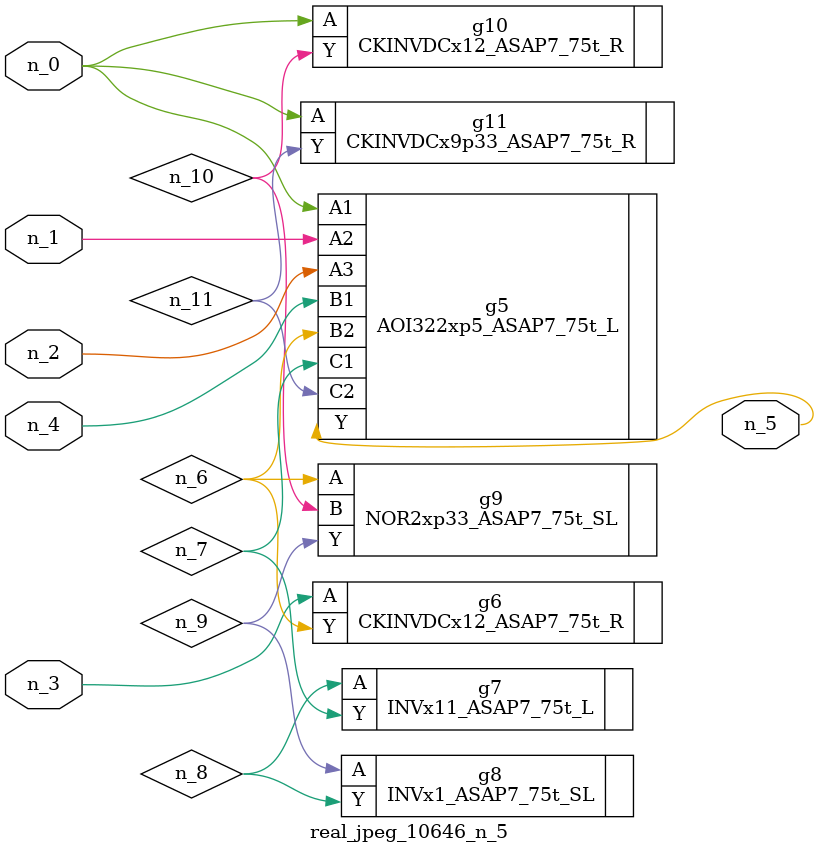
<source format=v>
module real_jpeg_10646_n_5 (n_4, n_0, n_1, n_2, n_3, n_5);

input n_4;
input n_0;
input n_1;
input n_2;
input n_3;

output n_5;

wire n_8;
wire n_11;
wire n_6;
wire n_7;
wire n_10;
wire n_9;

AOI322xp5_ASAP7_75t_L g5 ( 
.A1(n_0),
.A2(n_1),
.A3(n_2),
.B1(n_4),
.B2(n_6),
.C1(n_7),
.C2(n_11),
.Y(n_5)
);

CKINVDCx12_ASAP7_75t_R g10 ( 
.A(n_0),
.Y(n_10)
);

CKINVDCx9p33_ASAP7_75t_R g11 ( 
.A(n_0),
.Y(n_11)
);

CKINVDCx12_ASAP7_75t_R g6 ( 
.A(n_3),
.Y(n_6)
);

NOR2xp33_ASAP7_75t_SL g9 ( 
.A(n_6),
.B(n_10),
.Y(n_9)
);

INVx11_ASAP7_75t_L g7 ( 
.A(n_8),
.Y(n_7)
);

INVx1_ASAP7_75t_SL g8 ( 
.A(n_9),
.Y(n_8)
);


endmodule
</source>
